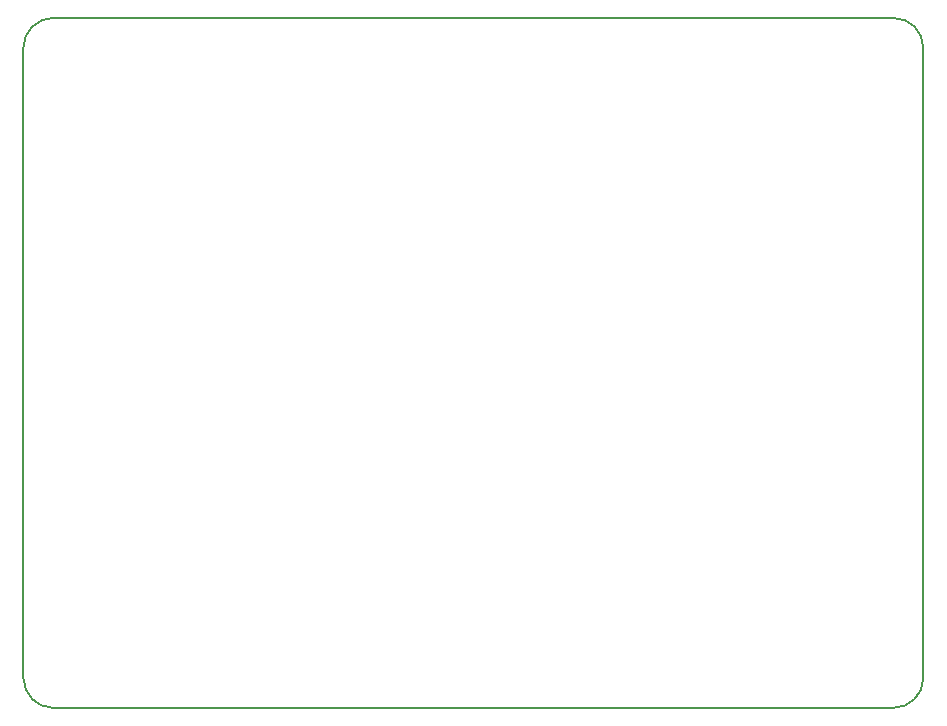
<source format=gko>
G04 DipTrace Beta 2.3.5.2*
%INTeensy3.1XBreakout.gko*%
%MOIN*%
%ADD11C,0.0055*%
%FSLAX44Y44*%
G04*
G70*
G90*
G75*
G01*
%LNBoardOutline*%
%LPD*%
X4940Y3940D2*
D11*
X32940D1*
G03X33940Y4940I0J1000D01*
G01*
Y25940D1*
G03X32940Y26940I-1000J0D01*
G01*
X4940D1*
G03X3940Y25940I0J-1000D01*
G01*
Y4940D1*
G03X4940Y3940I1000J0D01*
G01*
M02*

</source>
